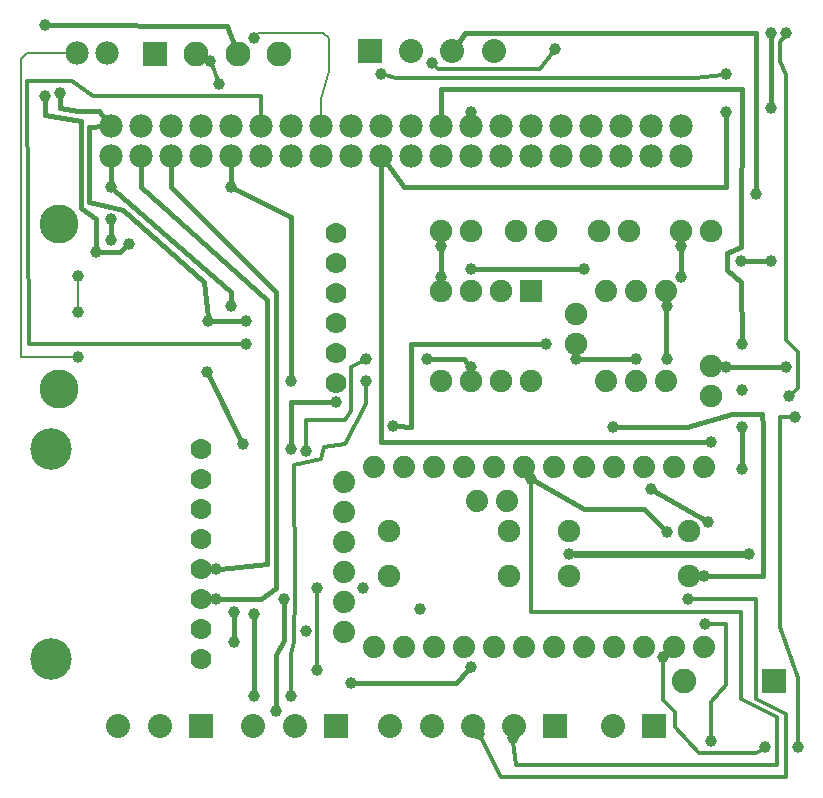
<source format=gtl>
G04 MADE WITH FRITZING*
G04 WWW.FRITZING.ORG*
G04 DOUBLE SIDED*
G04 HOLES PLATED*
G04 CONTOUR ON CENTER OF CONTOUR VECTOR*
%ASAXBY*%
%FSLAX23Y23*%
%MOIN*%
%OFA0B0*%
%SFA1.0B1.0*%
%ADD10C,0.078000*%
%ADD11C,0.039370*%
%ADD12C,0.075000*%
%ADD13C,0.083307*%
%ADD14C,0.074000*%
%ADD15C,0.070000*%
%ADD16C,0.138425*%
%ADD17C,0.082000*%
%ADD18C,0.080000*%
%ADD19C,0.129921*%
%ADD20R,0.083307X0.083307*%
%ADD21R,0.082000X0.082000*%
%ADD22R,0.080000X0.080000*%
%ADD23R,0.075000X0.075000*%
%ADD24C,0.008000*%
%ADD25C,0.016000*%
%ADD26C,0.012000*%
%ADD27C,0.024000*%
%LNCOPPER1*%
G90*
G70*
G54D10*
X306Y2543D03*
X206Y2543D03*
G54D11*
X322Y2096D03*
X210Y1529D03*
X210Y1678D03*
X211Y1798D03*
X321Y1918D03*
X321Y1988D03*
X1072Y1378D03*
X796Y2593D03*
X645Y1649D03*
X971Y1217D03*
X761Y1238D03*
X641Y1478D03*
X770Y1649D03*
X671Y822D03*
X671Y723D03*
X1422Y1899D03*
X1422Y1797D03*
X721Y1698D03*
X921Y1448D03*
X2321Y1247D03*
X2521Y1849D03*
X1521Y2346D03*
X770Y1573D03*
X1771Y1573D03*
X1172Y1448D03*
X921Y398D03*
X2472Y2073D03*
X2446Y872D03*
X1847Y872D03*
X1721Y1122D03*
X2173Y947D03*
X1995Y1296D03*
X2298Y799D03*
X2370Y2346D03*
X2370Y2472D03*
X1221Y2472D03*
X2423Y1573D03*
X2423Y1421D03*
X2571Y1497D03*
X2370Y1497D03*
X2222Y1899D03*
X2222Y1797D03*
X2070Y1523D03*
X1870Y1523D03*
X1547Y272D03*
X2245Y723D03*
X1521Y1497D03*
X1373Y1523D03*
X1172Y1523D03*
X796Y674D03*
X796Y398D03*
X2173Y1698D03*
X2173Y1523D03*
X1008Y761D03*
X1008Y485D03*
X921Y1223D03*
X896Y723D03*
X871Y348D03*
X2121Y1088D03*
X2311Y978D03*
X2423Y1296D03*
X2423Y1157D03*
X151Y2408D03*
X721Y2096D03*
X102Y2398D03*
X102Y2637D03*
X271Y1878D03*
X380Y1907D03*
X2520Y2609D03*
X1521Y1823D03*
X1896Y1823D03*
X2422Y1848D03*
X1159Y761D03*
X732Y578D03*
X732Y678D03*
X1352Y688D03*
X1261Y1298D03*
X1661Y258D03*
X2302Y639D03*
X2320Y248D03*
X2581Y1398D03*
X2501Y228D03*
X2611Y228D03*
X2601Y1328D03*
X2521Y2358D03*
X2571Y2608D03*
X1801Y2557D03*
X1392Y2508D03*
X651Y2517D03*
X2161Y528D03*
X681Y2438D03*
G54D12*
X1846Y798D03*
X2246Y798D03*
X1846Y798D03*
X2246Y798D03*
X1246Y798D03*
X1646Y798D03*
X1246Y798D03*
X1646Y798D03*
G54D13*
X468Y2538D03*
X605Y2538D03*
X743Y2538D03*
X881Y2538D03*
G54D14*
X1096Y1113D03*
X1096Y1013D03*
X1096Y913D03*
X1096Y813D03*
X1096Y713D03*
X1096Y613D03*
X1196Y1163D03*
X1296Y1163D03*
X1396Y1163D03*
X1496Y1163D03*
X1596Y1163D03*
X1541Y1048D03*
X1641Y1048D03*
X1696Y1163D03*
X1796Y1163D03*
X1896Y1163D03*
X1996Y1163D03*
X2096Y1163D03*
X2196Y1163D03*
X2296Y1163D03*
X2296Y563D03*
X2196Y563D03*
X2096Y563D03*
X1996Y563D03*
X1896Y563D03*
X1796Y563D03*
X1696Y563D03*
X1596Y563D03*
X1496Y563D03*
X1396Y563D03*
X1296Y563D03*
X1196Y563D03*
G54D12*
X1846Y948D03*
X2246Y948D03*
X1846Y948D03*
X2246Y948D03*
X1246Y948D03*
X1646Y948D03*
X1246Y948D03*
X1646Y948D03*
G54D15*
X1071Y1443D03*
X1071Y1543D03*
X1071Y1643D03*
X1071Y1743D03*
X1071Y1843D03*
X1071Y1943D03*
X621Y1023D03*
G54D16*
X121Y523D03*
G54D15*
X621Y623D03*
X621Y823D03*
X621Y1223D03*
X621Y523D03*
X621Y723D03*
X621Y923D03*
X621Y1123D03*
G54D16*
X121Y1223D03*
G54D17*
X2529Y448D03*
X2231Y448D03*
G54D18*
X2131Y298D03*
X1993Y298D03*
G54D10*
X321Y2198D03*
X421Y2198D03*
X521Y2198D03*
X621Y2198D03*
X721Y2198D03*
X821Y2198D03*
X921Y2198D03*
X1021Y2198D03*
X1121Y2198D03*
X1221Y2198D03*
X1321Y2198D03*
X1421Y2198D03*
X1521Y2198D03*
X1621Y2198D03*
X1721Y2198D03*
X1821Y2198D03*
X1921Y2198D03*
X2021Y2198D03*
X2121Y2198D03*
X2221Y2198D03*
X321Y2198D03*
X421Y2198D03*
X521Y2198D03*
X621Y2198D03*
X721Y2198D03*
X821Y2198D03*
X921Y2198D03*
X1021Y2198D03*
X1121Y2198D03*
X1221Y2198D03*
X1321Y2198D03*
X1421Y2198D03*
X1521Y2198D03*
X1621Y2198D03*
X1721Y2198D03*
X1821Y2198D03*
X1921Y2198D03*
X2021Y2198D03*
X2121Y2198D03*
X2221Y2198D03*
X2221Y2298D03*
X2121Y2298D03*
X2021Y2298D03*
X1921Y2298D03*
X1821Y2298D03*
X1721Y2298D03*
X1621Y2298D03*
X1521Y2298D03*
X1421Y2298D03*
X1321Y2298D03*
X1221Y2298D03*
X1121Y2298D03*
X1021Y2298D03*
X921Y2298D03*
X821Y2298D03*
X721Y2298D03*
X621Y2298D03*
X521Y2298D03*
X421Y2298D03*
X321Y2298D03*
G54D12*
X1871Y1673D03*
X1871Y1573D03*
X2321Y1498D03*
X2321Y1398D03*
G54D14*
X1971Y1448D03*
X2071Y1448D03*
X2171Y1448D03*
X1971Y1448D03*
X2071Y1448D03*
X2171Y1448D03*
X1971Y1748D03*
X2071Y1748D03*
X2171Y1748D03*
X1971Y1748D03*
X2071Y1748D03*
X2171Y1748D03*
G54D19*
X146Y1973D03*
X146Y1423D03*
G54D12*
X2046Y1948D03*
X1946Y1948D03*
X2321Y1948D03*
X2221Y1948D03*
X1721Y1748D03*
X1721Y1448D03*
X1621Y1748D03*
X1621Y1448D03*
X1521Y1748D03*
X1521Y1448D03*
X1421Y1748D03*
X1421Y1448D03*
X1671Y1948D03*
X1771Y1948D03*
X1421Y1948D03*
X1521Y1948D03*
G54D18*
X1802Y298D03*
X1664Y298D03*
X1527Y298D03*
X1389Y298D03*
X1251Y298D03*
X1071Y298D03*
X933Y298D03*
X795Y298D03*
X1183Y2548D03*
X1321Y2548D03*
X1458Y2548D03*
X1596Y2548D03*
X621Y298D03*
X483Y298D03*
X345Y298D03*
G54D11*
X970Y617D03*
X1120Y444D03*
X1521Y496D03*
G54D20*
X468Y2538D03*
G54D21*
X2530Y448D03*
G54D22*
X2131Y298D03*
G54D23*
X1721Y1748D03*
G54D22*
X1802Y298D03*
X1071Y298D03*
X1183Y2548D03*
X621Y298D03*
G54D24*
X21Y2523D02*
X20Y1529D01*
G54D25*
D02*
X321Y1974D02*
X321Y1932D01*
G54D24*
D02*
X41Y2542D02*
X21Y2523D01*
D02*
X20Y1529D02*
X197Y1529D01*
D02*
X182Y2543D02*
X41Y2542D01*
D02*
X1046Y2593D02*
X1046Y2483D01*
D02*
X811Y2608D02*
X1027Y2608D01*
D02*
X1046Y2483D02*
X1021Y2388D01*
D02*
X1021Y2388D02*
X1021Y2322D01*
D02*
X1027Y2608D02*
X1046Y2593D01*
D02*
X210Y1691D02*
X211Y1784D01*
G54D25*
D02*
X921Y1236D02*
X921Y1378D01*
D02*
X921Y1378D02*
X1058Y1378D01*
G54D24*
D02*
X806Y2603D02*
X811Y2608D01*
G54D26*
D02*
X971Y1231D02*
X971Y1318D01*
G54D25*
D02*
X647Y1466D02*
X755Y1250D01*
G54D26*
D02*
X1101Y1318D02*
X1121Y1348D01*
D02*
X971Y1318D02*
X1101Y1318D01*
D02*
X1122Y1497D02*
X1160Y1517D01*
D02*
X1121Y1348D02*
X1122Y1497D01*
G54D25*
D02*
X361Y2018D02*
X631Y1778D01*
D02*
X842Y838D02*
X685Y823D01*
D02*
X842Y938D02*
X842Y838D01*
D02*
X658Y1649D02*
X757Y1649D01*
D02*
X631Y1778D02*
X643Y1662D01*
D02*
X247Y2047D02*
X361Y2018D01*
D02*
X297Y2298D02*
X247Y2297D01*
D02*
X247Y2297D02*
X247Y2047D01*
D02*
X322Y2110D02*
X321Y2173D01*
D02*
X822Y723D02*
X871Y761D01*
D02*
X1422Y1810D02*
X1422Y1885D01*
D02*
X685Y723D02*
X822Y723D01*
D02*
X871Y761D02*
X872Y1747D01*
D02*
X872Y1747D02*
X520Y2096D01*
D02*
X520Y2096D02*
X521Y2173D01*
D02*
X842Y1718D02*
X842Y938D01*
D02*
X421Y2173D02*
X421Y2096D01*
D02*
X421Y2096D02*
X842Y1718D01*
D02*
X2422Y1897D02*
X2423Y2422D01*
D02*
X2373Y1877D02*
X2422Y1897D01*
D02*
X2373Y1818D02*
X2373Y1877D01*
D02*
X2422Y1779D02*
X2373Y1818D01*
D02*
X2423Y1586D02*
X2422Y1779D01*
D02*
X2423Y2422D02*
X1422Y2422D01*
D02*
X2307Y1247D02*
X1221Y1247D01*
D02*
X1221Y1247D02*
X1221Y2096D01*
D02*
X1221Y2096D02*
X1221Y2173D01*
D02*
X921Y1997D02*
X921Y1461D01*
D02*
X721Y2173D02*
X721Y2110D01*
D02*
X733Y2090D02*
X921Y1997D01*
D02*
X721Y1711D02*
X721Y1747D01*
D02*
X721Y1747D02*
X332Y2087D01*
G54D26*
D02*
X261Y2398D02*
X821Y2398D01*
D02*
X192Y2449D02*
X261Y2398D01*
G54D25*
D02*
X1320Y1296D02*
X1274Y1298D01*
D02*
X1320Y1573D02*
X1320Y1296D01*
D02*
X1757Y1573D02*
X1320Y1573D01*
G54D26*
D02*
X757Y1573D02*
X46Y1573D01*
D02*
X46Y1573D02*
X41Y2448D01*
D02*
X41Y2448D02*
X192Y2449D01*
D02*
X821Y2398D02*
X821Y2322D01*
G54D25*
D02*
X1422Y2422D02*
X1421Y2322D01*
G54D26*
D02*
X921Y538D02*
X931Y578D01*
D02*
X934Y761D02*
X931Y1168D01*
D02*
X931Y578D02*
X934Y761D01*
D02*
X1032Y1228D02*
X1101Y1238D01*
D02*
X1172Y1372D02*
X1172Y1434D01*
D02*
X1101Y1238D02*
X1172Y1372D01*
G54D25*
D02*
X2097Y1023D02*
X1896Y1023D01*
D02*
X2163Y957D02*
X2097Y1023D01*
G54D27*
D02*
X2427Y872D02*
X1866Y872D01*
G54D25*
D02*
X2471Y2608D02*
X1500Y2609D01*
D02*
X1500Y2609D02*
X1473Y2569D01*
D02*
X2472Y2087D02*
X2471Y2608D01*
G54D26*
D02*
X921Y411D02*
X921Y538D01*
D02*
X1022Y1188D02*
X1032Y1228D01*
D02*
X931Y1168D02*
X1022Y1188D01*
D02*
X2271Y2458D02*
X2357Y2470D01*
D02*
X1271Y2458D02*
X2271Y2458D01*
G54D25*
D02*
X2241Y1296D02*
X2008Y1296D01*
D02*
X2391Y1339D02*
X2241Y1296D01*
D02*
X2490Y1339D02*
X2391Y1339D01*
D02*
X2370Y2333D02*
X2370Y2096D01*
D02*
X1297Y2096D02*
X1236Y2178D01*
D02*
X2370Y2096D02*
X1297Y2096D01*
G54D26*
D02*
X1234Y2468D02*
X1271Y2458D01*
G54D25*
D02*
X2311Y799D02*
X2495Y799D01*
D02*
X2495Y1296D02*
X2490Y1339D01*
D02*
X2495Y799D02*
X2495Y1296D01*
D02*
X1896Y1023D02*
X1733Y1115D01*
D02*
X1386Y1523D02*
X1498Y1523D01*
G54D26*
D02*
X1553Y260D02*
X1621Y129D01*
D02*
X1621Y129D02*
X2570Y129D01*
D02*
X2570Y129D02*
X2571Y338D01*
D02*
X2571Y338D02*
X2471Y388D01*
D02*
X2471Y388D02*
X2472Y723D01*
D02*
X2472Y723D02*
X2258Y723D01*
G54D25*
D02*
X1883Y1523D02*
X2057Y1523D01*
D02*
X2222Y1885D02*
X2222Y1810D01*
D02*
X2383Y1497D02*
X2557Y1497D01*
D02*
X796Y411D02*
X796Y661D01*
D02*
X1498Y1523D02*
X1512Y1507D01*
D02*
X871Y362D02*
X871Y536D01*
D02*
X871Y536D02*
X896Y585D01*
D02*
X896Y585D02*
X896Y710D01*
G54D26*
D02*
X1008Y499D02*
X1008Y747D01*
G54D25*
D02*
X2172Y1537D02*
X2172Y1684D01*
D02*
X351Y1878D02*
X284Y1878D01*
D02*
X271Y1891D02*
X271Y1988D01*
D02*
X271Y1988D02*
X221Y2027D01*
D02*
X221Y2027D02*
X221Y2317D01*
D02*
X221Y2317D02*
X102Y2337D01*
D02*
X102Y2337D02*
X102Y2384D01*
D02*
X115Y2637D02*
X706Y2633D01*
D02*
X706Y2633D02*
X733Y2563D01*
D02*
X211Y2349D02*
X280Y2349D01*
D02*
X151Y2394D02*
X151Y2358D01*
D02*
X280Y2349D02*
X306Y2317D01*
D02*
X151Y2358D02*
X211Y2349D01*
D02*
X2299Y985D02*
X2132Y1082D01*
D02*
X2423Y1171D02*
X2423Y1283D01*
G54D26*
D02*
X2540Y168D02*
X2542Y328D01*
G54D25*
D02*
X732Y591D02*
X732Y665D01*
D02*
X371Y1898D02*
X351Y1878D01*
G54D26*
D02*
X1662Y245D02*
X1671Y168D01*
D02*
X2542Y328D02*
X2421Y388D01*
D02*
X1671Y168D02*
X2540Y168D01*
D02*
X2421Y388D02*
X2421Y678D01*
G54D25*
D02*
X2508Y1849D02*
X2435Y1848D01*
D02*
X1534Y1823D02*
X1883Y1823D01*
G54D26*
D02*
X2320Y261D02*
X2321Y378D01*
D02*
X2321Y378D02*
X2371Y437D01*
D02*
X2371Y437D02*
X2371Y639D01*
D02*
X2371Y639D02*
X2315Y639D01*
D02*
X2421Y678D02*
X1721Y678D01*
D02*
X1721Y678D02*
X1721Y1108D01*
D02*
X2611Y338D02*
X2611Y298D01*
G54D25*
D02*
X2521Y2517D02*
X2520Y2596D01*
G54D26*
D02*
X2588Y1328D02*
X2551Y1328D01*
D02*
X2551Y628D02*
X2611Y458D01*
D02*
X2551Y1328D02*
X2551Y628D01*
D02*
X2611Y458D02*
X2611Y338D01*
D02*
X2611Y298D02*
X2611Y242D01*
G54D25*
D02*
X2521Y2372D02*
X2521Y2517D01*
G54D26*
D02*
X1531Y2488D02*
X1751Y2488D01*
D02*
X2563Y2597D02*
X2551Y2578D01*
D02*
X2551Y2578D02*
X2551Y2517D01*
D02*
X2551Y2517D02*
X2571Y2468D01*
D02*
X2571Y2468D02*
X2570Y1587D01*
D02*
X2611Y1547D02*
X2611Y1427D01*
D02*
X2570Y1587D02*
X2611Y1547D01*
D02*
X2611Y1427D02*
X2591Y1407D01*
D02*
X1401Y2498D02*
X1411Y2488D01*
D02*
X1411Y2488D02*
X1531Y2488D01*
D02*
X1751Y2488D02*
X1793Y2546D01*
D02*
X2202Y347D02*
X2161Y387D01*
D02*
X2161Y387D02*
X2161Y515D01*
D02*
X2281Y209D02*
X2201Y297D01*
D02*
X630Y2527D02*
X639Y2523D01*
D02*
X2201Y297D02*
X2202Y347D01*
D02*
X656Y2505D02*
X676Y2450D01*
D02*
X2490Y221D02*
X2471Y209D01*
D02*
X2471Y209D02*
X2281Y209D01*
G54D25*
D02*
X1512Y486D02*
X1472Y444D01*
D02*
X1472Y444D02*
X1133Y444D01*
G04 End of Copper1*
M02*
</source>
